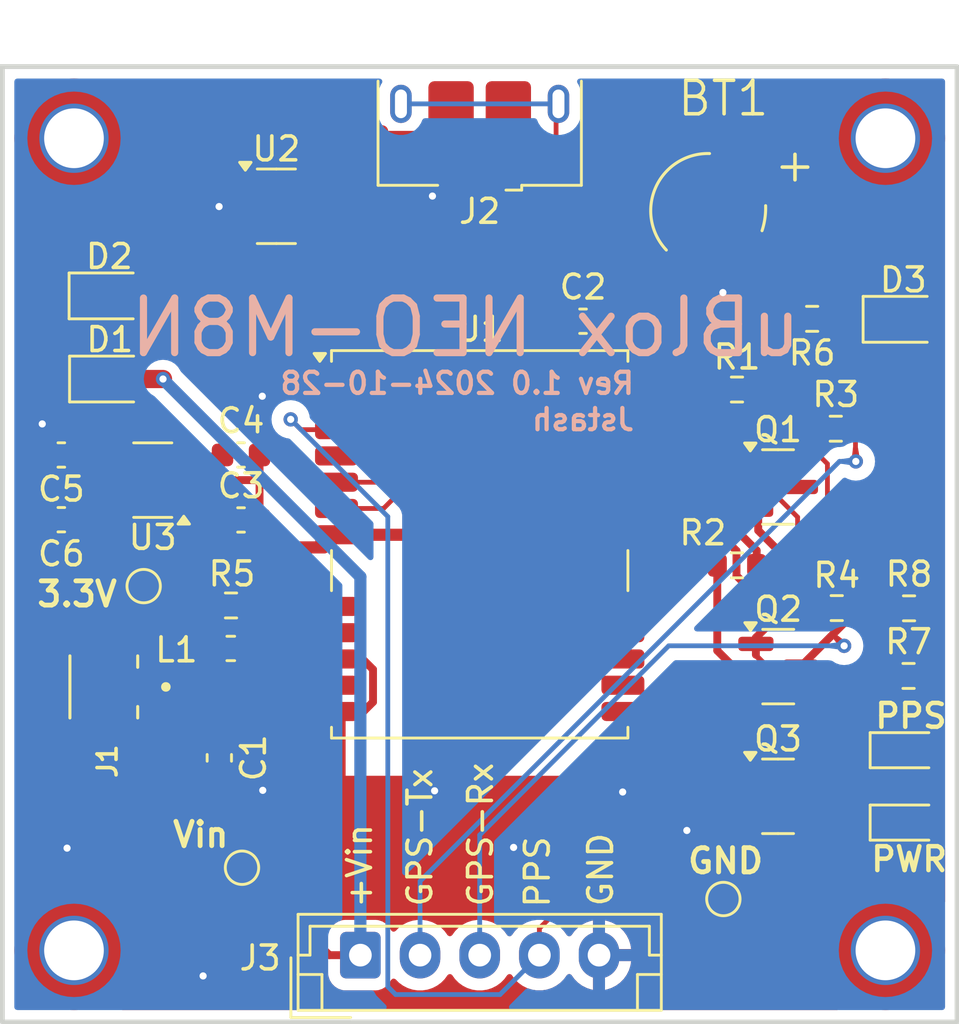
<source format=kicad_pcb>
(kicad_pcb (version 20240108) (generator "pcbnew") (generator_version "8.0")
  (layers (0 "F.Cu" signal) (31 "B.Cu" signal) (34 "B.Paste" user) (35 "F.Paste" user) (36 "B.SilkS" user "B.Silkscreen") (37 "F.SilkS" user "F.Silkscreen") (38 "B.Mask" user) (39 "F.Mask" user) (44 "Edge.Cuts" user))
  (net 0 "")
  (net 1 "Net-(U1-RF_IN)")
  (net 2 "GND")
  (net 3 "Net-(D1-K)")
  (net 4 "Net-(L1-Pad1)")
  (net 8 "GPSTxd5V")
  (net 9 "Net-(Q1-S)")
  (net 11 "GPSRxd5V")
  (net 12 "Net-(Q2-S)")
  (net 15 "+5V")
  (net 17 "Net-(U1-VCC_RF)")
  (net 18 "Net-(U1-V_BCKP)")
  (net 19 "+3.3V")
  (net 22 "Net-(D1-A)")
  (net 23 "Vbus")
  (net 25 "Net-(D3-K)")
  (net 26 "Net-(PPS1-A)")
  (net 27 "Net-(PPS1-K)")
  (net 28 "Net-(Pwr1-A)")
  (net 29 "unconnected-(J2-Shield-Pad6)")
  (net 31 "Net-(J2-D+)")
  (net 32 "Net-(J2-D-)")
  (net 33 "PPS")
  (net 34 "Net-(U1-USB_DP)")
  (net 35 "Net-(U1-USB_DM)")
  (footprint "Capacitor_SMD:C_0603_1608Metric" (layer "F.Cu") (at 134.33 60.66)
    (property "Reference" "C2" (at 0 -1.43 0) (layer "F.SilkS"))
    (property "Value" "0.1uF" (hide yes))
    (pad "1" smd roundrect (at -0.775 0) (size 0.9 0.95) (layers "F.Cu" "F.Paste" "F.Mask") (net 19 "+3.3V"))
    (pad "2" smd roundrect (at 0.775 0) (size 0.9 0.95) (layers "F.Cu" "F.Paste" "F.Mask") (net 2 "GND"))
  )
  (footprint "Resistor_SMD:R_0603_1608Metric" (layer "F.Cu") (at 140.78 63.52 180)
    (property "Reference" "R1" (at 0 1.36 0) (layer "F.SilkS"))
    (property "Value" "10k" (hide yes))
    (pad "1" smd roundrect (at -0.825 0 180) (size 0.8 0.95) (layers "F.Cu" "F.Paste" "F.Mask") (net 19 "+3.3V"))
    (pad "2" smd roundrect (at 0.825 0 180) (size 0.8 0.95) (layers "F.Cu" "F.Paste" "F.Mask") (net 9 "Net-(Q1-S)"))
  )
  (footprint "Resistor_SMD:R_0603_1608Metric" (layer "F.Cu") (at 147.99 72.68)
    (property "Reference" "R8" (at 0 -1.43 0) (layer "F.SilkS"))
    (property "Value" "220" (hide yes))
    (pad "1" smd roundrect (at -0.825 0) (size 0.8 0.95) (layers "F.Cu" "F.Paste" "F.Mask") (net 19 "+3.3V"))
    (pad "2" smd roundrect (at 0.825 0) (size 0.8 0.95) (layers "F.Cu" "F.Paste" "F.Mask") (net 28 "Net-(Pwr1-A)"))
  )
  (footprint "MountingHole:MountingHole_2.5mm_Pad_TopOnly" (layer "F.Cu") (at 113 87)
    (property "Reference" "REF**" (hide yes))
    (property "Value" "MountingHole_2.5mm_Pad_TopOnly" (hide yes))
    (pad "1" thru_hole circle (at 0 0) (size 2.9 2.9) (drill 2.5) (layers "*.Cu" "*.Mask"))
    (pad "1" connect circle (at 0 0) (size 5 5) (layers "F.Cu" "F.Mask"))
  )
  (footprint "Connector_USB:USB_Micro-B_Amphenol_10118193-0002LF_Horizontal" (layer "F.Cu") (at 130 51.56 180)
    (property "Reference" "J2" (at 0 -4.5 0) (layer "F.SilkS"))
    (property "Value" "USB_B_Micro")
    (pad "1" smd roundrect (at -1.3 -2.675 180) (size 0.4 1.35) (layers "F.Cu" "F.Paste" "F.Mask") (net 23 "Vbus"))
    (pad "2" smd roundrect (at -0.65 -2.675 180) (size 0.4 1.35) (layers "F.Cu" "F.Paste" "F.Mask") (net 32 "Net-(J2-D-)"))
    (pad "3" smd roundrect (at 0 -2.675 180) (size 0.4 1.35) (layers "F.Cu" "F.Paste" "F.Mask") (net 31 "Net-(J2-D+)"))
    (pad "4" smd roundrect (at 0.65 -2.675 180) (size 0.4 1.35) (layers "F.Cu" "F.Paste" "F.Mask"))
    (pad "5" smd roundrect (at 1.3 -2.675 180) (size 0.4 1.35) (layers "F.Cu" "F.Paste" "F.Mask") (net 2 "GND"))
    (pad "6" thru_hole oval (at -3.3 0 270) (size 1.6 0.9) (drill oval 1.2 0.5) (layers "*.Cu" "*.Mask" "F.Paste") (net 29 "unconnected-(J2-Shield-Pad6)"))
    (pad "6" smd roundrect (at -3.2 -2.45 180) (size 1.6 1.4) (layers "F.Cu" "F.Paste" "F.Mask") (roundrect_rratio 0.1785714286) (net 29 "unconnected-(J2-Shield-Pad6)"))
    (pad "6" smd roundrect (at -1.2 0 180) (size 1.9 1.9) (layers "F.Cu" "F.Paste" "F.Mask") (roundrect_rratio 0.1315789474) (net 29 "unconnected-(J2-Shield-Pad6)"))
    (pad "6" smd roundrect (at 1.2 0 180) (size 1.9 1.9) (layers "F.Cu" "F.Paste" "F.Mask") (roundrect_rratio 0.1315789474) (net 29 "unconnected-(J2-Shield-Pad6)"))
    (pad "6" smd roundrect (at 3.2 -2.45 180) (size 1.6 1.4) (layers "F.Cu" "F.Paste" "F.Mask") (roundrect_rratio 0.1785714286) (net 29 "unconnected-(J2-Shield-Pad6)"))
    (pad "6" thru_hole oval (at 3.3 0 270) (size 1.6 0.9) (drill oval 1.2 0.5) (layers "*.Cu" "*.Mask" "F.Paste") (net 29 "unconnected-(J2-Shield-Pad6)"))
  )
  (footprint "Resistor_SMD:R_0603_1608Metric" (layer "F.Cu") (at 143.93 60.56 180)
    (property "Reference" "R6" (at 0 -1.43 360) (layer "F.SilkS"))
    (property "Value" "1k" (hide yes))
    (pad "1" smd roundrect (at -0.825 0 180) (size 0.8 0.95) (layers "F.Cu" "F.Paste" "F.Mask") (net 25 "Net-(D3-K)"))
    (pad "2" smd roundrect (at 0.825 0 180) (size 0.8 0.95) (layers "F.Cu" "F.Paste" "F.Mask") (net 18 "Net-(U1-V_BCKP)"))
  )
  (footprint "Package_TO_SOT_SMD:SOT-23" (layer "F.Cu") (at 142.51 75.12)
    (property "Reference" "Q2" (at 0 -2.4 0) (layer "F.SilkS"))
    (property "Value" "BSN20" (hide yes))
    (pad "1" smd roundrect (at -0.9375 -0.95) (size 1.475 0.6) (layers "F.Cu" "F.Paste" "F.Mask") (net 19 "+3.3V"))
    (pad "2" smd roundrect (at -0.9375 0.95) (size 1.475 0.6) (layers "F.Cu" "F.Paste" "F.Mask") (net 12 "Net-(Q2-S)"))
    (pad "3" smd roundrect (at 0.9375 0) (size 1.475 0.6) (layers "F.Cu" "F.Paste" "F.Mask") (net 11 "GPSRxd5V"))
  )
  (footprint "Diode_SMD:D_0805_2012Metric" (layer "F.Cu") (at 114.48 59.6)
    (property "Reference" "D2" (at 0 -1.65 0) (layer "F.SilkS"))
    (property "Value" "D_Schottky" (hide yes))
    (pad "1" smd roundrect (at -0.9375 0) (size 0.975 1.4) (layers "F.Cu" "F.Paste" "F.Mask") (net 3 "Net-(D1-K)"))
    (pad "2" smd roundrect (at 0.9375 0) (size 0.975 1.4) (layers "F.Cu" "F.Paste" "F.Mask") (net 23 "Vbus"))
  )
  (footprint "Capacitor_SMD:C_0603_1608Metric" (layer "F.Cu") (at 120 68.98)
    (property "Reference" "C3" (at 0 -1.43 0) (layer "F.SilkS"))
    (property "Value" "0.1uF" (hide yes))
    (pad "1" smd roundrect (at -0.775 0) (size 0.9 0.95) (layers "F.Cu" "F.Paste" "F.Mask") (net 3 "Net-(D1-K)"))
    (pad "2" smd roundrect (at 0.775 0) (size 0.9 0.95) (layers "F.Cu" "F.Paste" "F.Mask") (net 2 "GND"))
  )
  (footprint "TestPoint:TestPoint_Pad_D1.0mm" (layer "F.Cu") (at 140.21 84.85)
    (property "Reference" "GND1" (hide yes))
    (property "Value" "TestPoint_Alt" (hide yes))
    (pad "1" smd circle (at 0 0) (size 1 1) (layers "F.Cu" "F.Mask") (net 2 "GND"))
  )
  (footprint "Capacitor_SMD:C_0603_1608Metric" (layer "F.Cu") (at 120 66.26)
    (property "Reference" "C4" (at 0 -1.43 0) (layer "F.SilkS"))
    (property "Value" "0.1uF" (hide yes))
    (pad "1" smd roundrect (at -0.775 0) (size 0.9 0.95) (layers "F.Cu" "F.Paste" "F.Mask") (net 3 "Net-(D1-K)"))
    (pad "2" smd roundrect (at 0.775 0) (size 0.9 0.95) (layers "F.Cu" "F.Paste" "F.Mask") (net 2 "GND"))
  )
  (footprint "MountingHole:MountingHole_2.5mm_Pad_TopOnly" (layer "F.Cu") (at 113 53)
    (property "Reference" "REF**" (hide yes))
    (property "Value" "MountingHole_2.5mm_Pad_TopOnly" (hide yes))
    (pad "1" thru_hole circle (at 0 0) (size 2.9 2.9) (drill 2.5) (layers "*.Cu" "*.Mask"))
    (pad "1" connect circle (at 0 0) (size 5 5) (layers "F.Cu" "F.Mask"))
  )
  (footprint "Resistor_SMD:R_0603_1608Metric" (layer "F.Cu") (at 119.58 72.56 180)
    (property "Reference" "R5" (at -0.04 1.32 360) (layer "F.SilkS"))
    (property "Value" "10" (hide yes))
    (pad "1" smd roundrect (at -0.825 0 180) (size 0.8 0.95) (layers "F.Cu" "F.Paste" "F.Mask") (net 17 "Net-(U1-VCC_RF)"))
    (pad "2" smd roundrect (at 0.825 0 180) (size 0.8 0.95) (layers "F.Cu" "F.Paste" "F.Mask") (net 4 "Net-(L1-Pad1)"))
  )
  (footprint "RF_GPS:ublox_NEO" (layer "F.Cu") (at 130 70)
    (property "Reference" "U1" (at 0 -9 0) (layer "F.SilkS"))
    (property "Value" "NEO-M8N")
    (pad "1" smd roundrect (at -6 -7) (size 1.8 0.8) (layers "F.Cu" "F.Paste" "F.Mask"))
    (pad "2" smd roundrect (at -6 -5.9) (size 1.8 0.8) (layers "F.Cu" "F.Paste" "F.Mask"))
    (pad "3" smd roundrect (at -6 -4.8) (size 1.8 0.8) (layers "F.Cu" "F.Paste" "F.Mask") (net 33 "PPS"))
    (pad "4" smd roundrect (at -6 -3.7) (size 1.8 0.8) (layers "F.Cu" "F.Paste" "F.Mask"))
    (pad "5" smd roundrect (at -6 -2.6) (size 1.8 0.8) (layers "F.Cu" "F.Paste" "F.Mask") (net 35 "Net-(U1-USB_DM)"))
    (pad "6" smd roundrect (at -6 -1.5) (size 1.8 0.8) (layers "F.Cu" "F.Paste" "F.Mask") (net 34 "Net-(U1-USB_DP)"))
    (pad "7" smd roundrect (at -6 -0.4) (size 1.8 0.8) (layers "F.Cu" "F.Paste" "F.Mask") (net 19 "+3.3V"))
    (pad "8" smd roundrect (at -6 2.6) (size 1.8 0.8) (layers "F.Cu" "F.Paste" "F.Mask"))
    (pad "9" smd roundrect (at -6 3.7) (size 1.8 0.8) (layers "F.Cu" "F.Paste" "F.Mask") (net 17 "Net-(U1-VCC_RF)"))
    (pad "10" smd roundrect (at -6 4.8) (size 1.8 0.8) (layers "F.Cu" "F.Paste" "F.Mask") (net 2 "GND"))
    (pad "11" smd roundrect (at -6 5.9) (size 1.8 0.8) (layers "F.Cu" "F.Paste" "F.Mask") (net 1 "Net-(U1-RF_IN)"))
    (pad "12" smd roundrect (at -6 7) (size 1.8 0.8) (layers "F.Cu" "F.Paste" "F.Mask") (net 2 "GND"))
    (pad "13" smd roundrect (at 6 7) (size 1.8 0.8) (layers "F.Cu" "F.Paste" "F.Mask") (net 2 "GND"))
    (pad "14" smd roundrect (at 6 5.9) (size 1.8 0.8) (layers "F.Cu" "F.Paste" "F.Mask"))
    (pad "15" smd roundrect (at 6 4.8) (size 1.8 0.8) (layers "F.Cu" "F.Paste" "F.Mask"))
    (pad "16" smd roundrect (at 6 3.7) (size 1.8 0.8) (layers "F.Cu" "F.Paste" "F.Mask"))
    (pad "17" smd roundrect (at 6 2.6) (size 1.8 0.8) (layers "F.Cu" "F.Paste" "F.Mask"))
    (pad "18" smd roundrect (at 6 -0.4) (size 1.8 0.8) (layers "F.Cu" "F.Paste" "F.Mask"))
    (pad "19" smd roundrect (at 6 -1.5) (size 1.8 0.8) (layers "F.Cu" "F.Paste" "F.Mask"))
    (pad "20" smd roundrect (at 6 -2.6) (size 1.8 0.8) (layers "F.Cu" "F.Paste" "F.Mask") (net 9 "Net-(Q1-S)"))
    (pad "21" smd roundrect (at 6 -3.7) (size 1.8 0.8) (layers "F.Cu" "F.Paste" "F.Mask") (net 12 "Net-(Q2-S)"))
    (pad "22" smd roundrect (at 6 -4.8) (size 1.8 0.8) (layers "F.Cu" "F.Paste" "F.Mask") (net 18 "Net-(U1-V_BCKP)"))
    (pad "23" smd roundrect (at 6 -5.9) (size 1.8 0.8) (layers "F.Cu" "F.Paste" "F.Mask") (net 19 "+3.3V"))
    (pad "24" smd roundrect (at 6 -7) (size 1.8 0.8) (layers "F.Cu" "F.Paste" "F.Mask") (net 2 "GND"))
  )
  (footprint "LED_SMD:LED_0603_1608Metric_Pad1.05x0.95mm_HandSolder" (layer "F.Cu") (at 148.02 81.65)
    (property "Reference" "Pwr1" (hide yes))
    (property "Value" "LED" (hide yes))
    (pad "1" smd roundrect (at -0.875 0) (size 1.05 0.95) (layers "F.Cu" "F.Paste" "F.Mask") (net 2 "GND"))
    (pad "2" smd roundrect (at 0.875 0) (size 1.05 0.95) (layers "F.Cu" "F.Paste" "F.Mask") (net 28 "Net-(Pwr1-A)"))
  )
  (footprint "Capacitor_SMD:C_0603_1608Metric" (layer "F.Cu") (at 112.47 68.97 180)
    (property "Reference" "C6" (at 0 -1.43 0) (layer "F.SilkS"))
    (property "Value" "0.1uF" (hide yes))
    (pad "1" smd roundrect (at -0.775 0 180) (size 0.9 0.95) (layers "F.Cu" "F.Paste" "F.Mask") (net 19 "+3.3V"))
    (pad "2" smd roundrect (at 0.775 0 180) (size 0.9 0.95) (layers "F.Cu" "F.Paste" "F.Mask") (net 2 "GND"))
  )
  (footprint "TestPoint:TestPoint_Pad_D1.0mm" (layer "F.Cu") (at 120.04 83.54)
    (property "Reference" "Vin1" (hide yes))
    (property "Value" "TestPoint_Alt" (hide yes))
    (pad "1" smd circle (at 0 0) (size 1 1) (layers "F.Cu" "F.Mask") (net 22 "Net-(D1-A)"))
  )
  (footprint "Resistor_SMD:R_0603_1608Metric" (layer "F.Cu") (at 144.96 72.67)
    (property "Reference" "R4" (at 0 -1.37 0) (layer "F.SilkS"))
    (property "Value" "10k" (hide yes))
    (pad "1" smd roundrect (at -0.825 0) (size 0.8 0.95) (layers "F.Cu" "F.Paste" "F.Mask") (net 15 "+5V"))
    (pad "2" smd roundrect (at 0.825 0) (size 0.8 0.95) (layers "F.Cu" "F.Paste" "F.Mask") (net 11 "GPSRxd5V"))
  )
  (footprint "Inductor_SMD:L_0603_1608Metric" (layer "F.Cu") (at 119.57 74.36)
    (property "Reference" "L1" (at -2.28 0.06 0) (layer "F.SilkS"))
    (property "Value" "27nH" (hide yes))
    (pad "1" smd roundrect (at -0.7875 0) (size 0.875 0.95) (layers "F.Cu" "F.Paste" "F.Mask") (net 4 "Net-(L1-Pad1)"))
    (pad "2" smd roundrect (at 0.7875 0) (size 0.875 0.95) (layers "F.Cu" "F.Paste" "F.Mask") (net 1 "Net-(U1-RF_IN)"))
  )
  (footprint "Diode_SMD:D_0805_2012Metric" (layer "F.Cu") (at 147.75 60.58)
    (property "Reference" "D3" (at 0 -1.65 0) (layer "F.SilkS"))
    (property "Value" "D_Schottky" (hide yes))
    (pad "1" smd roundrect (at -0.9375 0) (size 0.975 1.4) (layers "F.Cu" "F.Paste" "F.Mask") (net 25 "Net-(D3-K)"))
    (pad "2" smd roundrect (at 0.9375 0) (size 0.975 1.4) (layers "F.Cu" "F.Paste" "F.Mask") (net 19 "+3.3V"))
  )
  (footprint "Resistor_SMD:R_0603_1608Metric" (layer "F.Cu") (at 144.92 65.16)
    (property "Reference" "R3" (at 0 -1.43 0) (layer "F.SilkS"))
    (property "Value" "10k" (hide yes))
    (pad "1" smd roundrect (at -0.825 0) (size 0.8 0.95) (layers "F.Cu" "F.Paste" "F.Mask") (net 15 "+5V"))
    (pad "2" smd roundrect (at 0.825 0) (size 0.8 0.95) (layers "F.Cu" "F.Paste" "F.Mask") (net 8 "GPSTxd5V"))
  )
  (footprint "Resistor_SMD:R_0603_1608Metric" (layer "F.Cu") (at 140.78 70.88 180)
    (property "Reference" "R2" (at 1.43 1.36 0) (layer "F.SilkS"))
    (property "Value" "10k" (hide yes))
    (pad "1" smd roundrect (at -0.825 0 180) (size 0.8 0.95) (layers "F.Cu" "F.Paste" "F.Mask") (net 19 "+3.3V"))
    (pad "2" smd roundrect (at 0.825 0 180) (size 0.8 0.95) (layers "F.Cu" "F.Paste" "F.Mask") (net 12 "Net-(Q2-S)"))
  )
  (footprint "Capacitor_SMD:C_0603_1608Metric" (layer "F.Cu") (at 119.09 78.94 -90)
    (property "Reference" "C1" (at 0 -1.43 90) (layer "F.SilkS"))
    (property "Value" "10pF" (hide yes))
    (pad "1" smd roundrect (at -0.775 0 270) (size 0.9 0.95) (layers "F.Cu" "F.Paste" "F.Mask") (net 1 "Net-(U1-RF_IN)"))
    (pad "2" smd roundrect (at 0.775 0 270) (size 0.9 0.95) (layers "F.Cu" "F.Paste" "F.Mask") (net 2 "GND"))
  )
  (footprint "LED_SMD:LED_0603_1608Metric_Pad1.05x0.95mm_HandSolder" (layer "F.Cu") (at 148.02 78.62)
    (property "Reference" "PPS1" (hide yes))
    (property "Value" "LED" (hide yes))
    (pad "1" smd roundrect (at -0.875 0) (size 1.05 0.95) (layers "F.Cu" "F.Paste" "F.Mask") (net 27 "Net-(PPS1-K)"))
    (pad "2" smd roundrect (at 0.875 0) (size 1.05 0.95) (layers "F.Cu" "F.Paste" "F.Mask") (net 26 "Net-(PPS1-A)"))
  )
  (footprint "Library:LINX_CONUFL001-SMD-T" (layer "F.Cu") (at 114.25 75.97 90)
    (property "Reference" "J1" (at -3.11 0.15 90) (layer "F.SilkS") (effects (font (size 0.8 0.8))))
    (property "Value" "CONUFL001-SMD-T" (hide yes))
    (pad "1" smd rect (at 0 1.525 90) (size 1 1.05) (layers "F.Cu" "F.Paste" "F.Mask") (net 1 "Net-(U1-RF_IN)"))
    (pad "2" smd rect (at -1.475 0 90) (size 1.05 2.2) (layers "F.Cu" "F.Paste" "F.Mask") (net 2 "GND"))
    (pad "3" smd rect (at 1.475 0 90) (size 1.05 2.2) (layers "F.Cu" "F.Paste" "F.Mask"))
  )
  (footprint "MountingHole:MountingHole_2.5mm_Pad_TopOnly" (layer "F.Cu") (at 147 87)
    (property "Reference" "REF**" (hide yes))
    (property "Value" "MountingHole_2.5mm_Pad_TopOnly" (hide yes))
    (pad "1" thru_hole circle (at 0 0) (size 2.9 2.9) (drill 2.5) (layers "*.Cu" "*.Mask"))
    (pad "1" connect circle (at 0 0) (size 5 5) (layers "F.Cu" "F.Mask"))
  )
  (footprint "Package_TO_SOT_SMD:SOT-23-6" (layer "F.Cu") (at 121.48 55.8475)
    (property "Reference" "U2" (at 0 -2.4 0) (layer "F.SilkS"))
    (property "Value" "USBLC6-2SC6" (hide yes))
    (pad "1" smd roundrect (at -1.1375 -0.95) (size 1.325 0.6) (layers "F.Cu" "F.Paste" "F.Mask") (net 32 "Net-(J2-D-)"))
    (pad "2" smd roundrect (at -1.1375 0) (size 1.325 0.6) (layers "F.Cu" "F.Paste" "F.Mask") (net 2 "GND"))
    (pad "3" smd roundrect (at -1.1375 0.95) (size 1.325 0.6) (layers "F.Cu" "F.Paste" "F.Mask") (net 31 "Net-(J2-D+)"))
    (pad "4" smd roundrect (at 1.1375 0.95) (size 1.325 0.6) (layers "F.Cu" "F.Paste" "F.Mask") (net 34 "Net-(U1-USB_DP)"))
    (pad "5" smd roundrect (at 1.1375 0) (size 1.325 0.6) (layers "F.Cu" "F.Paste" "F.Mask") (net 23 "Vbus"))
    (pad "6" smd roundrect (at 1.1375 -0.95) (size 1.325 0.6) (layers "F.Cu" "F.Paste" "F.Mask") (net 35 "Net-(U1-USB_DM)"))
  )
  (footprint "Capacitor_SMD:C_0603_1608Metric" (layer "F.Cu") (at 112.47 66.26 180)
    (property "Reference" "C5" (at 0 -1.43 0) (layer "F.SilkS"))
    (property "Value" "0.1uF" (hide yes))
    (pad "1" smd roundrect (at -0.775 0 180) (size 0.9 0.95) (layers "F.Cu" "F.Paste" "F.Mask") (net 19 "+3.3V"))
    (pad "2" smd roundrect (at 0.775 0 180) (size 0.9 0.95) (layers "F.Cu" "F.Paste" "F.Mask") (net 2 "GND"))
  )
  (footprint "Diode_SMD:D_0805_2012Metric" (layer "F.Cu") (at 114.5 63.08)
    (property "Reference" "D1" (at 0 -1.65 0) (layer "F.SilkS"))
    (property "Value" "D_Schottky" (hide yes))
    (pad "1" smd roundrect (at -0.9375 0) (size 0.975 1.4) (layers "F.Cu" "F.Paste" "F.Mask") (net 3 "Net-(D1-K)"))
    (pad "2" smd roundrect (at 0.9375 0) (size 0.975 1.4) (layers "F.Cu" "F.Paste" "F.Mask") (net 22 "Net-(D1-A)"))
  )
  (footprint "Resistor_SMD:R_0603_1608Metric" (layer "F.Cu") (at 147.97 75.51)
    (property "Reference" "R7" (at 0 -1.43 0) (layer "F.SilkS"))
    (property "Value" "220" (hide yes))
    (pad "1" smd roundrect (at -0.825 0) (size 0.8 0.95) (layers "F.Cu" "F.Paste" "F.Mask") (net 19 "+3.3V"))
    (pad "2" smd roundrect (at 0.825 0) (size 0.8 0.95) (layers "F.Cu" "F.Paste" "F.Mask") (net 26 "Net-(PPS1-A)"))
  )
  (footprint "Package_TO_SOT_SMD:SOT-23" (layer "F.Cu") (at 142.5 80.55)
    (property "Reference" "Q3" (at 0 -2.4 0) (layer "F.SilkS"))
    (property "Value" "BSN20" (hide yes))
    (pad "1" smd roundrect (at -0.9375 -0.95) (size 1.475 0.6) (layers "F.Cu" "F.Paste" "F.Mask") (net 33 "PPS"))
    (pad "2" smd roundrect (at -0.9375 0.95) (size 1.475 0.6) (layers "F.Cu" "F.Paste" "F.Mask") (net 27 "Net-(PPS1-K)"))
    (pad "3" smd roundrect (at 0.9375 0) (size 1.475 0.6) (layers "F.Cu" "F.Paste" "F.Mask") (net 2 "GND"))
  )
  (footprint "MountingHole:MountingHole_2.5mm_Pad_TopOnly" (layer "F.Cu") (at 147 53)
    (property "Reference" "REF**" (hide yes))
    (property "Value" "MountingHole_2.5mm_Pad_TopOnly" (hide yes))
    (pad "1" thru_hole circle (at 0 0) (size 2.9 2.9) (drill 2.5) (layers "*.Cu" "*.Mask"))
    (pad "1" connect circle (at 0 0) (size 5 5) (layers "F.Cu" "F.Mask"))
  )
  (footprint "TestPoint:TestPoint_Pad_D1.0mm" (layer "F.Cu") (at 115.92 71.75)
    (property "Reference" "3.3V1" (hide yes))
    (property "Value" "TestPoint_Alt" (hide yes))
    (pad "1" smd circle (at 0 0) (size 1 1) (layers "F.Cu" "F.Mask") (net 19 "+3.3V"))
  )
  (footprint "Package_TO_SOT_SMD:SOT-23-5" (layer "F.Cu") (at 116.3 67.3125 180)
    (property "Reference" "U3" (at 0 -2.4 0) (layer "F.SilkS"))
    (property "Value" "MIC5504-3.3YM5" (hide yes))
    (pad "1" smd roundrect (at -1.1375 -0.95 180) (size 1.325 0.6) (layers "F.Cu" "F.Paste" "F.Mask") (net 3 "Net-(D1-K)"))
    (pad "2" smd roundrect (at -1.1375 0 180) (size 1.325 0.6) (layers "F.Cu" "F.Paste" "F.Mask") (net 2 "GND"))
    (pad "3" smd roundrect (at -1.1375 0.95 180) (size 1.325 0.6) (layers "F.Cu" "F.Paste" "F.Mask") (net 3 "Net-(D1-K)"))
    (pad "4" smd roundrect (at 1.1375 0.95 180) (size 1.325 0.6) (layers "F.Cu" "F.Paste" "F.Mask"))
    (pad "5" smd roundrect (at 1.1375 -0.95 180) (size 1.325 0.6) (layers "F.Cu" "F.Paste" "F.Mask") (net 19 "+3.3V"))
  )
  (footprint "Connector_JST:JST_EH_B5B-EH-A_1x05_P2.50mm_Vertical" (layer "F.Cu") (at 125 87.2)
    (property "Reference" "J3" (at -4.2 0.12 0) (layer "F.SilkS"))
    (property "Value" "Conn_01x05" (hide yes))
    (pad "1" thru_hole roundrect (at 0 0) (size 1.7 1.95) (drill 0.95) (layers "*.Cu" "*.Mask") (roundrect_rratio 0.147059) (net 22 "Net-(D1-A)"))
    (pad "2" thru_hole oval (at 2.5 0) (size 1.7 1.95) (drill 0.95) (layers "*.Cu" "*.Mask") (net 8 "GPSTxd5V"))
    (pad "3" thru_hole oval (at 5 0) (size 1.7 1.95) (drill 0.95) (layers "*.Cu" "*.Mask") (net 11 "GPSRxd5V"))
    (pad "4" thru_hole oval (at 7.5 0) (size 1.7 1.95) (drill 0.95) (layers "*.Cu" "*.Mask") (net 33 "PPS"))
    (pad "5" thru_hole oval (at 10 0) (size 1.7 1.95) (drill 0.95) (layers "*.Cu" "*.Mask") (net 2 "GND"))
  )
  (footprint "_MyLibrary:SEIKO_ML414H_IV01E" (layer "F.Cu") (at 139.57 56.04)
    (property "Reference" "BT1" (at 0.636025 -4.706525 0) (layer "F.SilkS") (effects (font (size 1.402244 1.402244))))
    (property "Value" "ML414H_IV01E" (hide yes))
    (fp_text user "+" (at 3.64 -1.94 0) (layer "F.SilkS") (effects (font (size 1.401291 1.401291))))
    (pad "1" smd custom (at 2.1 -2.1) (size 1 1) (layers "F.Cu") (net 18 "Net-(U1-V_BCKP)") (options (clearance outline) (anchor rect)) (primitives (gr_poly (pts (xy -1.8 -0.6) (xy 0.6 -0.6) (xy 0.6 1.8)) (width 0.0001) (fill yes))))
    (pad "2" smd rect (at 0.65 1.85) (size 4.1 1.7) (layers "F.Cu" "F.Paste" "F.Mask") (net 2 "GND"))
  )
  (footprint "Package_TO_SOT_SMD:SOT-23" (layer "F.Cu") (at 142.5 67.6)
    (property "Reference" "Q1" (at 0 -2.4 0) (layer "F.SilkS"))
    (property "Value" "BSN20" (hide yes))
    (pad "1" smd roundrect (at -0.9375 -0.95) (size 1.475 0.6) (layers "F.Cu" "F.Paste" "F.Mask") (net 19 "+3.3V"))
    (pad "2" smd roundrect (at -0.9375 0.95) (size 1.475 0.6) (layers "F.Cu" "F.Paste" "F.Mask") (net 9 "Net-(Q1-S)"))
    (pad "3" smd roundrect (at 0.9375 0) (size 1.475 0.6) (layers "F.Cu" "F.Paste" "F.Mask") (net 8 "GPSTxd5V"))
  )
  (gr_rect (start 110 50) (end 150 90) (stroke (width 0.2)) (fill none) (layer "Edge.Cuts"))
  (gr_text "Jstash" (at 136.56 65.3 0) (layer "B.SilkS") (effects (font (size 0.889 0.889) (thickness 0.1778) (bold yes)) (justify left bottom mirror)))
  (gr_text "Rev 1.0 2024-10-28" (at 136.56 63.78 0) (layer "B.SilkS") (effects (font (size 0.889 0.889) (thickness 0.1778) (bold yes)) (justify left bottom mirror)))
  (gr_text "uBlox NEO-M8N" (at 143.65 62.27 0) (layer "B.SilkS") (effects (font (size 2.286 2.286) (thickness 0.3) (bold yes)) (justify left bottom mirror)))
  (gr_text "GND" (at 135.65 85.24 90) (layer "F.SilkS") (effects (font (size 1 1)) (justify left bottom)))
  (gr_text "GPS-Tx" (at 128.08 85.25 90) (layer "F.SilkS") (effects (font (size 1 1)) (justify left bottom)))
  (gr_text "PWR" (at 146.3 83.77 0) (layer "F.SilkS") (effects (font (size 1 1) (thickness 0.1875) (bold yes)) (justify left bottom)))
  (gr_text "GPS-Rx" (at 130.62 85.25 90) (layer "F.SilkS") (effects (font (size 1 1)) (justify left bottom)))
  (gr_text "+Vin" (at 125.55 85.3 90) (layer "F.SilkS") (effects (font (size 1 1)) (justify left bottom)))
  (gr_text "PPS" (at 146.47 77.77 0) (layer "F.SilkS") (effects (font (size 1 1) (thickness 0.1875)) (justify left bottom)))
  (gr_text "PPS" (at 133 85.29 90) (layer "F.SilkS") (effects (font (size 1 1)) (justify left bottom)))
  (gr_text "GND" (at 138.62 83.85 0) (layer "F.SilkS") (effects (font (size 1.016 1.016) (thickness 0.2032) (bold yes)) (justify left bottom)))
  (gr_text "3.3V" (at 111.35 72.68 0) (layer "F.SilkS") (effects (font (size 1.016 1.016) (thickness 0.2032) (bold yes)) (justify left bottom)))
  (gr_text "Vin" (at 117.04 82.75 0) (layer "F.SilkS") (effects (font (size 1.016 1.016) (thickness 0.2032) (bold yes)) (justify left bottom)))
  (segment (start 119.09 75.96) (end 119.03 75.9) (width 0.2) (layer "F.Cu") (net 1))
  (segment (start 119.03 75.9) (end 115.845 75.9) (width 0.3302) (layer "F.Cu") (net 1))
  (segment (start 120.3575 75.7975) (end 120.46 75.9) (width 0.2) (layer "F.Cu") (net 1))
  (segment (start 115.845 75.9) (end 115.775 75.97) (width 0.2) (layer "F.Cu") (net 1))
  (segment (start 120.3575 74.36) (end 120.3575 75.7975) (width 0.3302) (layer "F.Cu") (net 1))
  (segment (start 124 75.9) (end 120.46 75.9) (width 0.3302) (layer "F.Cu") (net 1))
  (segment (start 119.09 78.165) (end 119.09 75.96) (width 0.3302) (layer "F.Cu") (net 1))
  (segment (start 120.46 75.9) (end 119.03 75.9) (width 0.3302) (layer "F.Cu") (net 1))
  (segment (start 124 74.8) (end 125.09 74.8) (width 0.3302) (layer "F.Cu") (net 2))
  (segment (start 143.4375 80.55) (end 146.045 80.55) (width 0.508) (layer "F.Cu") (net 2))
  (segment (start 120.33 55.86) (end 120.3425 55.8475) (width 0.1778) (layer "F.Cu") (net 2))
  (segment (start 140.19 59.54) (end 139.07 60.66) (width 0.508) (layer "F.Cu") (net 2))
  (segment (start 125.53 75.24) (end 125.53 76.6) (width 0.3302) (layer "F.Cu") (net 2))
  (segment (start 120.775 66.26) (end 120.775 66.135) (width 0.2) (layer "F.Cu") (net 2))
  (segment (start 120.775 67.25) (end 120.775 66.26) (width 0.3302) (layer "F.Cu") (net 2))
  (segment (start 111.695 68.97) (end 111.695 66.26) (width 0.508) (layer "F.Cu") (net 2))
  (segment (start 140.21 84.85) (end 141.7 86.34) (width 0.1778) (layer "F.Cu") (net 2))
  (segment (start 111.695 66.26) (end 111.695 64.985) (width 0.508) (layer "F.Cu") (net 2))
  (segment (start 125.09 74.8) (end 125.53 75.24) (width 0.3302) (layer "F.Cu") (net 2))
  (segment (start 124 77) (end 124 80.27) (width 0.762) (layer "F.Cu") (net 2))
  (segment (start 111.695 64.985) (end 111.67 64.96) (width 0.2) (layer "F.Cu") (net 2))
  (segment (start 141.7 86.34) (end 141.945 86.095) (width 0.1778) (layer "F.Cu") (net 2))
  (segment (start 143.4375 84.6025) (end 143.4375 80.55) (width 0.508) (layer "F.Cu") (net 2))
  (segment (start 125.13 77) (end 124 77) (width 0.3302) (layer "F.Cu") (net 2))
  (segment (start 140.21 57.93) (end 140.21 59.44) (width 0.508) (layer "F.Cu") (net 2))
  (segment (start 119.08 55.86) (end 120.33 55.86) (width 0.1778) (layer "F.Cu") (net 2))
  (segment (start 139.07 60.66) (end 135.105 60.66) (width 0.508) (layer "F.Cu") (net 2))
  (segment (start 120.89 66.02) (end 120.89 63.8) (width 0.508) (layer "F.Cu") (net 2))
  (segment (start 128.11 80.32) (end 124.05 80.32) (width 0.508) (layer "F.Cu") (net 2))
  (segment (start 140.21 59.44) (end 140.19 59.46) (width 0.2) (layer "F.Cu") (net 2))
  (segment (start 128.7 54.74) (end 128.02 55.42) (width 0.1778) (layer "F.Cu") (net 2))
  (segment (start 119.08 79.75) (end 119.08 81.09) (width 0.2) (layer "F.Cu") (net 2))
  (segment (start 120.775 66.135) (end 120.89 66.02) (width 0.2) (layer "F.Cu") (net 2))
  (segment (start 119.09 79.715) (end 119.105 79.715) (width 0.2) (layer "F.Cu") (net 2))
  (segment (start 120.93 80.32) (end 120.91 80.3) (width 0.2) (layer "F.Cu") (net 2))
  (segment (start 119.79 81.09) (end 120.56 80.32) (width 0.2) (layer "F.Cu") (net 2))
  (segment (start 120.775 68.98) (end 120.775 67.25) (width 0.3302) (layer "F.Cu") (net 2))
  (segment (start 146.045 80.55) (end 147.145 81.65) (width 0.508) (layer "F.Cu") (net 2))
  (segment (start 131.42 82.69) (end 131.42 82.67) (width 0.2) (layer "F.Cu") (net 2))
  (segment (start 125.53 76.6) (end 125.13 77) (width 0.3302) (layer "F.Cu") (net 2))
  (segment (start 135.105 62.105) (end 136 63) (width 0.508) (layer "F.Cu") (net 2))
  (segment (start 129.07 80.32) (end 128.11 80.32) (width 0.508) (layer "F.Cu") (net 2))
  (segment (start 124 80.27) (end 124.05 80.32) (width 0.2) (layer "F.Cu") (net 2))
  (segment (start 140.84 87.2) (end 141.945 86.095) (width 0.508) (layer "F.Cu") (net 2))
  (segment (start 119.08 81.09) (end 119.79 81.09) (width 0.2) (layer "F.Cu") (net 2))
  (segment (start 140.19 59.46) (end 140.19 59.29) (width 0.1524) (layer "F.Cu") (net 2))
  (segment (start 141.945 86.095) (end 143.4375 84.6025) (width 0.508) (layer "F.Cu") (net 2))
  (segment (start 131.42 82.67) (end 129.07 80.32) (width 0.508) (layer "F.Cu") (net 2))
  (segment (start 114.25 77.445) (end 114.25 81.18) (width 0.508) (layer "F.Cu") (net 2))
  (segment (start 124.05 80.32) (end 120.93 80.32) (width 0.508) (layer "F.Cu") (net 2))
  (segment (start 114.25 80.85) (end 114.2 80.9) (width 0.2) (layer "F.Cu") (net 2))
  (segment (start 140.19 59.46) (end 140.19 59.54) (width 0.3302) (layer "F.Cu") (net 2))
  (segment (start 119.11 79.72) (end 119.08 79.75) (width 0.2) (layer "F.Cu") (net 2))
  (segment (start 119.105 79.715) (end 119.11 79.72) (width 0.2) (layer "F.Cu") (net 2))
  (segment (start 140.22 57.89) (end 140.22 57.92) (width 0.2) (layer "F.Cu") (net 2))
  (segment (start 120.56 80.32) (end 120.93 80.32) (width 0.2) (layer "F.Cu") (net 2))
  (segment (start 135.99 80.37) (end 136 80.36) (width 0.2) (layer "F.Cu") (net 2))
  (segment (start 117.4375 67.3125) (end 120.7125 67.3125) (width 0.3302) (layer "F.Cu") (net 2))
  (segment (start 135 87.2) (end 140.84 87.2) (width 0.508) (layer "F.Cu") (net 2))
  (segment (start 120.7125 67.3125) (end 120.775 67.25) (width 0.3302) (layer "F.Cu") (net 2))
  (segment (start 114.25 81.18) (end 112.71 82.72) (width 0.508) (layer "F.Cu") (net 2))
  (segment (start 140.22 57.92) (end 140.21 57.93) (width 0.2) (layer "F.Cu") (net 2))
  (segment (start 128.7 54.235) (end 128.7 54.74) (width 0.1778) (layer "F.Cu") (net 2))
  (segment (start 135.105 60.66) (end 135.105 62.105) (width 0.508) (layer "F.Cu") (net 2))
  (segment (start 136 80.36) (end 136 77) (width 0.508) (layer "F.Cu") (net 2))
  (segment (start 114.25 77.445) (end 114.25 80.85) (width 0.508) (layer "F.Cu") (net 2))
  (via (at 120.89 63.8) (size 0.6) (drill 0.3) (layers "F.Cu" "B.Cu") (net 2))
  (via (at 112.71 82.72) (size 0.6) (drill 0.3) (layers "F.Cu" "B.Cu") (net 2))
  (via (at 131.42 82.69) (size 0.6) (drill 0.3) (layers "F.Cu" "B.Cu") (net 2))
  (via (at 128.11 80.32) (size 0.6) (drill 0.3) (layers "F.Cu" "B.Cu") (net 2))
  (via (at 118.41 88.07) (size 0.6) (drill 0.3) (layers "F.Cu" "B.Cu") (net 2))
  (via (at 120.91 80.3) (size 0.6) (drill 0.3) (layers "F.Cu" "B.Cu") (net 2))
  (via (at 135.99 80.37) (size 0.6) (drill 0.3) (layers "F.Cu" "B.Cu") (net 2))
  (via (at 128.02 55.42) (size 0.6) (drill 0.3) (layers "F.Cu" "B.Cu") (net 2))
  (via (at 119.08 55.86) (size 0.6) (drill 0.3) (layers "F.Cu" "B.Cu") (net 2))
  (via (at 111.67 64.96) (size 0.6) (drill 0.3) (layers "F.Cu" "B.Cu") (net 2))
  (via (at 140.19 59.46) (size 0.6) (drill 0.3) (layers "F.Cu" "B.Cu") (net 2))
  (via (at 138.68 81.98) (size 0.6) (drill 0.3) (layers "F.Cu" "B.Cu") (net 2))
  (segment (start 113.5425 59.6) (end 113.5425 63.06) (width 0.762) (layer "F.Cu") (net 3))
  (segment (start 116.845 66.3625) (end 117.4375 66.3625) (width 0.2) (layer "F.Cu") (net 3))
  (segment (start 118.155 68.98) (end 117.4375 68.2625) (width 0.3302) (layer "F.Cu") (net 3))
  (segment (start 113.5425 63.06) (end 116.845 66.3625) (width 0.3302) (layer "F.Cu") (net 3))
  (segment (start 119.225 68.98) (end 118.155 68.98) (width 0.3302) (layer "F.Cu") (net 3))
  (segment (start 116.26 67.747499) (end 116.26 66.877501) (width 0.3302) (layer "F.Cu") (net 3))
  (segment (start 116.775001 66.3625) (end 117.4375 66.3625) (width 0.2) (layer "F.Cu") (net 3))
  (segment (start 116.26 66.877501) (end 116.775001 66.3625) (width 0.3302) (layer "F.Cu") (net 3))
  (segment (start 117.54 66.26) (end 117.4375 66.3625) (width 0.2) (layer "F.Cu") (net 3))
  (segment (start 117.4375 68.2625) (end 116.775001 68.2625) (width 0.2) (layer "F.Cu") (net 3))
  (segment (start 119.225 66.26) (end 117.54 66.26) (width 0.2) (layer "F.Cu") (net 3))
  (segment (start 116.775001 68.2625) (end 116.26 67.747499) (width 0.3302) (layer "F.Cu") (net 3))
  (segment (start 113.5425 63.06) (end 113.5625 63.08) (width 0.2) (layer "F.Cu") (net 3))
  (segment (start 118.7825 74.36) (end 118.7825 72.6875) (width 0.3302) (layer "F.Cu") (net 4))
  (segment (start 118.7825 72.6875) (end 118.635 72.54) (width 0.2) (layer "F.Cu") (net 4))
  (segment (start 143.4375 67.6) (end 143.137501 67.300001) (width 0.2) (layer "F.Cu") (net 8))
  (segment (start 143.68 64.38) (end 144.965 64.38) (width 0.2) (layer "F.Cu") (net 8))
  (segment (start 145.745 66.515) (end 145.76 66.53) (width 0.2) (layer "F.Cu") (net 8))
  (segment (start 143.137501 64.922499) (end 143.68 64.38) (width 0.2) (layer "F.Cu") (net 8))
  (segment (start 144.965 64.38) (end 145.745 65.16) (width 0.2) (layer "F.Cu") (net 8))
  (segment (start 143.137501 67.300001) (end 143.137501 64.922499) (width 0.2) (layer "F.Cu") (net 8))
  (segment (start 145.745 65.16) (end 145.745 66.515) (width 0.2) (layer "F.Cu") (net 8))
  (via (at 145.76 66.53) (size 0.6) (drill 0.3) (layers "F.Cu" "B.Cu") (net 8))
  (segment (start 145.76 66.53) (end 145.074314 66.53) (width 0.2) (layer "B.Cu") (net 8))
  (segment (start 145.074314 66.53) (end 127.5 84.104314) (width 0.2) (layer "B.Cu") (net 8))
  (segment (start 127.5 84.104314) (end 127.5 87.2) (width 0.2) (layer "B.Cu") (net 8))
  (segment (start 141.67 69.42) (end 141.67 68.6575) (width 0.3302) (layer "F.Cu") (net 9))
  (segment (start 141.165386 71.7201) (end 140.76 71.314714) (width 0.3302) (layer "F.Cu") (net 9))
  (segment (start 142.2799 71.7201) (end 141.165386 71.7201) (width 0.3302) (layer "F.Cu") (net 9))
  (segment (start 141.67 68.6575) (end 141.5625 68.55) (width 0.2) (layer "F.Cu") (net 9))
  (segment (start 140.76 71.314714) (end 140.76 70.272648) (width 0.3302) (layer "F.Cu") (net 9))
  (segment (start 139.3 67.4) (end 136 67.4) (width 0.3302) (layer "F.Cu") (net 9))
  (segment (start 141.75 69.5) (end 141.67 69.42) (width 0.3302) (layer "F.Cu") (net 9))
  (segment (start 139.955 66.745) (end 139.3 67.4) (width 0.3302) (layer "F.Cu") (net 9))
  (segment (start 139.3 68.812648) (end 139.3 67.4) (width 0.3302) (layer "F.Cu") (net 9))
  (segment (start 141.75 69.5) (end 142.52 70.27) (width 0.3302) (layer "F.Cu") (net 9))
  (segment (start 140.76 70.272648) (end 139.3 68.812648) (width 0.3302) (layer "F.Cu") (net 9))
  (segment (start 139.955 63.52) (end 139.955 66.745) (width 0.3302) (layer "F.Cu") (net 9))
  (segment (start 142.52 71.48) (end 142.2799 71.7201) (width 0.3302) (layer "F.Cu") (net 9))
  (segment (start 142.52 70.27) (end 142.52 71.48) (width 0.3302) (layer "F.Cu") (net 9))
  (segment (start 143.4475 75.12) (end 144.80375 73.76375) (width 0.3302) (layer "F.Cu") (net 11))
  (segment (start 145.785 72.7825) (end 145.785 72.67) (width 0.2) (layer "F.Cu") (net 11))
  (segment (start 145.27 74.25) (end 144.80375 73.78375) (width 0.2) (layer "F.Cu") (net 11))
  (segment (start 144.80375 73.78375) (end 144.80375 73.76375) (width 0.2) (layer "F.Cu") (net 11))
  (segment (start 144.80375 73.76375) (end 145.785 72.7825) (width 0.3302) (layer "F.Cu") (net 11))
  (via (at 145.27 74.25) (size 0.6) (drill 0.3) (layers "F.Cu" "B.Cu") (net 11))
  (segment (start 130 82.17) (end 130 87.2) (width 0.2) (layer "B.Cu") (net 11))
  (segment (start 137.92 74.25) (end 130 82.17) (width 0.2) (layer "B.Cu") (net 11))
  (segment (start 145.27 74.25) (end 137.92 74.25) (width 0.2) (layer "B.Cu") (net 11))
  (segment (start 133.28 67.44) (end 134.42 66.3) (width 0.3302) (layer "F.Cu") (net 12))
  (segment (start 141.5725 76.07) (end 139.955 74.4525) (width 0.3302) (layer "F.Cu") (net 12))
  (segment (start 133.28 69.47) (end 133.28 67.44) (width 0.3302) (layer "F.Cu") (net 12))
  (segment (start 139.955 74.4525) (end 139.955 70.88) (width 0.3302) (layer "F.Cu") (net 12))
  (segment (start 134.42 66.3) (end 136 66.3) (width 0.3302) (layer "F.Cu") (net 12))
  (segment (start 134.69 70.88) (end 133.28 69.47) (width 0.3302) (layer "F.Cu") (net 12))
  (segment (start 139.955 70.88) (end 134.69 70.88) (width 0.3302) (layer "F.Cu") (net 12))
  (segment (start 144.09 66.02) (end 144.095 66.015) (width 0.2) (layer "F.Cu") (net 15))
  (segment (start 144.09 66.15) (end 144.09 66.02) (width 0.2) (layer "F.Cu") (net 15))
  (segment (start 144.135 68.915) (end 144.57 68.48) (width 0.2) (layer "F.Cu") (net 15))
  (segment (start 144.135 72.67) (end 144.135 68.915) (width 0.2) (layer "F.Cu") (net 15))
  (segment (start 144.57 66.63) (end 144.09 66.15) (width 0.2) (layer "F.Cu") (net 15))
  (segment (start 144.57 68.48) (end 144.57 66.63) (width 0.2) (layer "F.Cu") (net 15))
  (segment (start 144.095 66.015) (end 144.095 65.16) (width 0.2) (layer "F.Cu") (net 15))
  (segment (start 120.405 72.56) (end 121.545 73.7) (width 0.3302) (layer "F.Cu") (net 17))
  (segment (start 121.545 73.7) (end 124 73.7) (width 0.3302) (layer "F.Cu") (net 17))
  (segment (start 143.105 55.375) (end 143.105 60.56) (width 0.508) (layer "F.Cu") (net 18))
  (segment (start 137 65.2) (end 141.64 60.56) (width 0.3302) (layer "F.Cu") (net 18))
  (segment (start 136 65.2) (end 137 65.2) (width 0.3302) (layer "F.Cu") (net 18))
  (segment (start 141.67 53.94) (end 143.105 55.375) (width 0.508) (layer "F.Cu") (net 18))
  (segment (start 141.64 60.56) (end 143.105 60.56) (width 0.3302) (layer "F.Cu") (net 18))
  (segment (start 141.605 70.88) (end 141.605 70.258038) (width 0.3302) (layer "F.Cu") (net 19))
  (segment (start 141.5625 67.103052) (end 141.5625 66.65) (width 0.2) (layer "F.Cu") (net 19))
  (segment (start 143.1725 72.3075) (end 141.5725 73.9075) (width 0.3302) (layer "F.Cu") (net 19))
  (segment (start 142.73 52.63) (end 141.99794 52.63) (width 0.508) (layer "F.Cu") (net 19))
  (segment (start 143.32 68.860552) (end 141.5625 67.103052) (width 0.2) (layer "F.Cu") (net 19))
  (segment (start 148.6875 60.58) (end 144.4275 56.32) (width 0.508) (layer "F.Cu") (net 19))
  (segment (start 138.13 52.63) (end 133.555 57.205) (width 0.508) (layer "F.Cu") (net 19))
  (segment (start 115.1625 68.2625) (end 115.1625 68.2825) (width 0.2) (layer "F.Cu") (net 19))
  (segment (start 141.5625 63.5625) (end 141.605 63.52) (width 0.2) (layer "F.Cu") (net 19))
  (segment (start 144.4275 56.32) (end 144.4275 55.4375) (width 0.508) (layer "F.Cu") (net 19))
  (segment (start 145.7475 63.52) (end 141.605 63.52) (width 0.508) (layer "F.Cu") (net 19))
  (segment (start 143.04 52.94) (end 142.73 52.63) (width 0.508) (layer "F.Cu") (net 19))
  (segment (start 147.165 72.68) (end 147.165 75.49) (width 0.3302) (layer "F.Cu") (net 19))
  (segment (start 146.935 75.72) (end 146.905 75.75) (width 0.254) (layer "F.Cu") (net 19))
  (segment (start 117.01 70.71) (end 117.01 70.13) (width 0.1778) (layer "F.Cu") (net 19))
  (segment (start 115.21 68.33) (end 114.57 68.97) (width 0.508) (layer "F.Cu") (net 19))
  (segment (start 147.165 75.49) (end 147.145 75.51) (width 0.2) (layer "F.Cu") (net 19))
  (segment (start 115.1625 68.2825) (end 115.21 68.33) (width 0.2) (layer "F.Cu") (net 19))
  (segment (start 148.6875 60.58) (end 145.7475 63.52) (width 0.508) (layer "F.Cu") (net 19))
  (segment (start 141.605 70.258038) (end 140.42 69.073038) (width 0.3302) (layer "F.Cu") (net 19))
  (segment (start 141.5625 66.65) (end 141.5625 63.5625) (width 0.508) (layer "F.Cu") (net 19))
  (segment (start 135.487352 64.1) (end 136 64.1) (width 0.2) (layer "F.Cu") (net 19))
  (segment (start 123.77 69.83) (end 124 69.6) (width 0.2) (layer "F.Cu") (net 19))
  (segment (start 141.5725 74.652776) (end 141.5725 74.623052) (width 0.2286) (layer "F.Cu") (net 19))
  (segment (start 141.99794 52.63) (end 138.13 52.63) (width 0.508) (layer "F.Cu") (net 19))
  (segment (start 142.669448 75.72) (end 142.639724 75.72) (width 0.2286) (layer "F.Cu") (net 19))
  (segment (start 115.21 68.33) (end 117.01 70.13) (width 0.508) (layer "F.Cu") (net 19))
  (segment (start 146.905 75.75) (end 142.699448 75.75) (width 0.254) (layer "F.Cu") (net 19))
  (segment (start 143.1725 72.3075) (end 143.32 72.16) (width 0.2) (layer "F.Cu") (net 19))
  (segment (start 133.555 60.66) (end 133.555 64.1) (width 0.508) (layer "F.Cu") (net 19))
  (segment (start 115.97 71.75) (end 117.01 70.71) (width 0.1778) (layer "F.Cu") (net 19))
  (segment (start 123.47 70.13) (end 123.77 69.83) (width 0.508) (layer "F.Cu") (net 19))
  (segment (start 143.04 54.05) (end 143.04 52.94) (width 0.508) (layer "F.Cu") (net 19))
  (segment (start 133.555 64.1) (end 135.487352 64.1) (width 0.508) (layer "F.Cu") (net 19))
  (segment (start 114.57 68.97) (end 113.245 68.97) (width 0.508) (layer "F.Cu") (net 19))
  (segment (start 142.639724 75.72) (end 141.5725 74.652776) (width 0.2286) (layer "F.Cu") (net 19))
  (segment (start 140.42 69.073038) (end 140.42 67.7925) (width 0.3302) (layer "F.Cu") (net 19))
  (segment (start 147.145 75.51) (end 146.935 75.72) (width 0.2) (layer "F.Cu") (net 19))
  (segment (start 142.699448 75.75) (end 142.669448 75.72) (width 0.254) (layer "F.Cu") (net 19))
  (segment (start 141.5725 74.623052) (end 141.5725 74.17) (width 0.3302) (layer "F.Cu") (net 19))
  (segment (start 113.245 66.26) (end 113.245 68.97) (width 0.508) (layer "F.Cu") (net 19))
  (segment (start 115.92 71.75) (end 115.97 71.75) (width 0.1778) (layer "F.Cu") (net 19))
  (segment (start 127.45 69.6) (end 124 69.6) (width 0.508) (layer "F.Cu") (net 19))
  (segment (start 141.5725 73.9075) (end 141.5725 74.17) (width 0.3302) (layer "F.Cu") (net 19))
  (segment (start 144.4275 55.4375) (end 143.04 54.05) (width 0.508) (layer "F.Cu") (net 19))
  (segment (start 132.95 64.1) (end 127.45 69.6) (width 0.508) (layer "F.Cu") (net 19))
  (segment (start 132.99 64.1) (end 132.95 64.1) (width 0.508) (layer "F.Cu") (net 19))
  (segment (start 140.42 67.7925) (end 141.5625 66.65) (width 0.3302) (layer "F.Cu") (net 19))
  (segment (start 117.01 70.13) (end 123.47 70.13) (width 0.508) (layer "F.Cu") (net 19))
  (segment (start 133.555 57.205) (end 133.555 60.66) (width 0.508) (layer "F.Cu") (net 19))
  (segment (start 143.32 72.16) (end 143.32 68.860552) (width 0.2) (layer "F.Cu") (net 19))
  (segment (start 132.99 64.1) (end 136 64.1) (width 0.508) (layer "F.Cu") (net 19))
  (segment (start 125 87.2) (end 123.7 87.2) (width 0.3302) (layer "F.Cu") (net 22))
  (segment (start 116.73 63.08) (end 115.4375 63.08) (width 0.762) (layer "F.Cu") (net 22))
  (segment (start 123.7 87.2) (end 120.04 83.54) (width 0.3302) (layer "F.Cu") (net 22))
  (via (at 116.73 63.08) (size 0.6) (drill 0.3) (layers "F.Cu" "B.Cu") (net 22))
  (segment (start 116.73 63.09) (end 125 71.36) (width 0.508) (layer "B.Cu") (net 22))
  (segment (start 116.73 63.08) (end 116.73 63.09) (width 0.2) (layer "B.Cu") (net 22))
  (segment (start 125 71.36) (end 125 87.2) (width 0.508) (layer "B.Cu") (net 22))
  (segment (start 127.648534 52.856) (end 125.964 52.856) (width 0.3302) (layer "F.Cu") (net 23))
  (segment (start 118.76 52.71) (end 125.91 52.71) (width 0.508) (layer "F.Cu") (net 23))
  (segment (start 115.4175 59.6) (end 115.4175 56.0525) (width 0.508) (layer "F.Cu") (net 23))
  (segment (start 115.4175 56.0525) (end 118.76 52.71) (width 0.508) (layer "F.Cu") (net 23))
  (segment (start 130.195686 56.83) (end 131.3 55.725686) (width 0.2) (layer "F.Cu") (net 23))
  (segment (start 130.933733 53.023733) (end 131.3 53.39) (width 0.3302) (layer "F.Cu") (net 23))
  (segment (start 131.3 55.725686) (end 131.3 54.235) (width 0.2) (layer "F.Cu") (net 23))
  (segment (start 131.3 54.235) (end 131.3 53.39) (width 0.3302) (layer "F.Cu") (net 23))
  (segment (start 124.49 56.83) (end 130.195686 56.83) (width 0.2) (layer "F.Cu") (net 23))
  (segment (start 123.5075 55.8475) (end 124.49 56.83) (width 0.2) (layer "F.Cu") (net 23))
  (segment (start 122.6175 55.8475) (end 123.5075 55.8475) (width 0.2) (layer "F.Cu") (net 23))
  (segment (start 127.762534 52.97) (end 127.816267 53.023733) (width 0.3302) (layer "F.Cu") (net 23))
  (segment (start 127.816267 53.023733) (end 130.933733 53.023733) (width 0.508) (layer "F.Cu") (net 23))
  (segment (start 144.755 60.56) (end 146.7925 60.56) (width 0.2) (layer "F.Cu") (net 25))
  (segment (start 146.7925 60.56) (end 146.8125 60.58) (width 0.2) (layer "F.Cu") (net 25))
  (segment (start 148.895 78.62) (end 148.895 75.61) (width 0.2) (layer "F.Cu") (net 26))
  (segment (start 148.895 75.61) (end 148.795 75.51) (width 0.2) (layer "F.Cu") (net 26))
  (segment (start 143.989448 78.62) (end 147.145 78.62) (width 0.2) (layer "F.Cu") (net 27))
  (segment (start 141.5625 81.046948) (end 143.989448 78.62) (width 0.2) (layer "F.Cu") (net 27))
  (segment (start 141.5625 81.5) (end 141.5625 81.046948) (width 0.2) (layer "F.Cu") (net 27))
  (segment (start 148.07 73.425) (end 148.02 73.475) (width 0.254) (layer "F.Cu") (net 28))
  (segment (start 148.815 72.68) (end 148.07 73.425) (width 0.3302) (layer "F.Cu") (net 28))
  (segment (start 148.02 73.475) (end 148.02 80.775) (width 0.2794) (layer "F.Cu") (net 28))
  (segment (start 148.07 80.825) (end 148.895 81.65) (width 0.3302) (layer "F.Cu") (net 28))
  (segment (start 148.02 80.775) (end 148.07 80.825) (width 0.254) (layer "F.Cu") (net 28))
  (segment (start 128.8 51.56) (end 126.7 51.56) (width 0.1778) (layer "F.Cu") (net 29))
  (segment (start 133.2 51.66) (end 133.3 51.56) (width 0.2) (layer "F.Cu") (net 29))
  (segment (start 131.3 51.52) (end 131.34 51.56) (width 0.1778) (layer "F.Cu") (net 29))
  (segment (start 131.24 51.52) (end 131.3 51.52) (width 0.1778) (layer "F.Cu") (net 29))
  (segment (start 131.34 51.56) (end 133.3 51.56) (width 0.1778) (layer "F.Cu") (net 29))
  (segment (start 133.2 54.01) (end 133.2 51.66) (width 0.2) (layer "F.Cu") (net 29))
  (segment (start 131.2 51.56) (end 131.24 51.52) (width 0.1778) (layer "F.Cu") (net 29))
  (segment (start 133.3 51.56) (end 126.7 51.56) (width 0.2) (layer "B.Cu") (net 29))
  (segment (start 124.83 54.41) (end 124.01 53.59) (width 0.2) (layer "F.Cu") (net 31))
  (segment (start 118.32 56.33) (end 118.7875 56.7975) (width 0.2) (layer "F.Cu") (net 31))
  (segment (start 130 54.235) (end 130 54.27) (width 0.2) (layer "F.Cu") (net 31))
  (segment (start 130 54.27) (end 130.02 54.29) (width 0.2) (layer "F.Cu") (net 31))
  (segment (start 124.96 56.03) (end 124.83 55.9) (width 0.2) (layer "F.Cu") (net 31))
  (segment (start 118.32 54.2) (end 118.32 56.33) (width 0.2) (layer "F.Cu") (net 31))
  (segment (start 130.02 54.29) (end 130.02 55.73) (width 0.2) (layer "F.Cu") (net 31))
  (segment (start 118.93 53.59) (end 118.32 54.2) (width 0.2) (layer "F.Cu") (net 31))
  (segment (start 124.83 55.9) (end 124.83 54.41) (width 0.2) (layer "F.Cu") (net 31))
  (segment (start 129.72 56.03) (end 124.96 56.03) (width 0.2) (layer "F.Cu") (net 31))
  (segment (start 124.01 53.59) (end 118.93 53.59) (width 0.2) (layer "F.Cu") (net 31))
  (segment (start 118.7875 56.7975) (end 120.3425 56.7975) (width 0.2) (layer "F.Cu") (net 31))
  (segment (start 130.02 55.73) (end 129.72 56.03) (width 0.2) (layer "F.Cu") (net 31))
  (segment (start 123.844314 53.99) (end 120.52 53.99) (width 0.2) (layer "F.Cu") (net 32))
  (segment (start 130.65 54.235) (end 130.65 55.81) (width 0.2) (layer "F.Cu") (net 32))
  (segment (start 124.794314 56.43) (end 124.43 56.065686) (width 0.2) (layer "F.Cu") (net 32))
  (segment (start 120.3425 54.1675) (end 120.3425 54.8975) (width 0.2) (layer "F.Cu") (net 32))
  (segment (start 130.65 55.81) (end 130.03 56.43) (width 0.2) (layer "F.Cu") (net 32))
  (segment (start 120.52 53.99) (end 120.3425 54.1675) (width 0.2) (layer "F.Cu") (net 32))
  (segment (start 124.43 56.065686) (end 124.43 54.575686) (width 0.2) (layer "F.Cu") (net 32))
  (segment (start 124.43 54.575686) (end 123.844314 53.99) (width 0.2) (layer "F.Cu") (net 32))
  (segment (start 130.03 56.43) (end 124.794314 56.43) (width 0.2) (layer "F.Cu") (net 32))
  (segment (start 139.02 79.6) (end 141.5625 79.6) (width 0.2) (layer "F.Cu") (net 33))
  (segment (start 132.5 86.08) (end 139 79.58) (width 0.2) (layer "F.Cu") (net 33))
  (segment (start 139 79.58) (end 139.02 79.6) (width 0.2) (layer "F.Cu") (net 33))
  (segment (start 132.5 87.2) (end 132.5 86.08) (width 0.2) (layer "F.Cu") (net 33))
  (segment (start 122.51 65.2) (end 122.08 64.77) (width 0.2) (layer "F.Cu") (net 33))
  (segment (start 124 65.2) (end 122.51 65.2) (width 0.2) (layer "F.Cu") (net 33))
  (via (at 122.08 64.77) (size 0.6) (drill 0.3) (layers "F.Cu" "B.Cu") (net 33))
  (segment (start 122.08 64.77) (end 126.15 68.84) (width 0.2) (layer "B.Cu") (net 33))
  (segment (start 130.85 88.85) (end 132.5 87.2) (width 0.2) (layer "B.Cu") (net 33))
  (segment (start 126.15 68.84) (end 126.15 88.52) (width 0.2) (layer "B.Cu") (net 33))
  (segment (start 126.15 88.52) (end 126.48 88.85) (width 0.2) (layer "B.Cu") (net 33))
  (segment (start 126.48 88.85) (end 130.85 88.85) (width 0.2) (layer "B.Cu") (net 33))
  (segment (start 126.78 67.69) (end 125.97 68.5) (width 0.2) (layer "F.Cu") (net 34))
  (segment (start 125.97 68.5) (end 124 68.5) (width 0.2) (layer "F.Cu") (net 34))
  (segment (start 126.78 60.96) (end 126.78 67.69) (width 0.2) (layer "F.Cu") (net 34))
  (segment (start 122.6175 56.7975) (end 126.78 60.96) (width 0.2) (layer "F.Cu") (net 34))
  (segment (start 126.23 66.94) (end 126.23 61.713052) (width 0.2) (layer "F.Cu") (net 35))
  (segment (start 121.655 57.138052) (end 121.655 55.506948) (width 0.2) (layer "F.Cu") (net 35))
  (segment (start 122.264448 54.8975) (end 122.6175 54.8975) (width 0.2) (layer "F.Cu") (net 35))
  (segment (start 121.655 55.506948) (end 122.264448 54.8975) (width 0.2) (layer "F.Cu") (net 35))
  (segment (start 124 67.4) (end 125.77 67.4) (width 0.2) (layer "F.Cu") (net 35))
  (segment (start 126.23 61.713052) (end 121.655 57.138052) (width 0.2) (layer "F.Cu") (net 35))
  (segment (start 125.77 67.4) (end 126.23 66.94) (width 0.2) (layer "F.Cu") (net 35))
  (zone (net 2) (net_name "GND") (layer "F.Cu") (priority 1) (connect_pads (clearance 0.5)) (min_thickness 0.25) (fill yes (thermal_gap 0.5) (thermal_bridge_width 0.5))
    (polygon (pts (xy 149.48 79.69) (xy 149.52 79.65) (xy 149.52 89.42) (xy 149.42 89.52) (xy 110.64 89.52) (xy 110.51 89.39) (xy 110.51 79.45) (xy 110.75 79.69)))
  )
  (zone (net 2) (net_name "GND") (layer "B.Cu") (connect_pads (clearance 0.5)) (min_thickness 0.25) (fill yes (thermal_gap 0.5) (thermal_bridge_width 0.5))
    (polygon (pts (xy 110.03 50.01) (xy 149.99 50.01) (xy 149.99 89.9) (xy 149.92 89.97) (xy 110.03 89.97) (xy 110.01 89.95) (xy 110.01 50.03)))
  )
)
</source>
